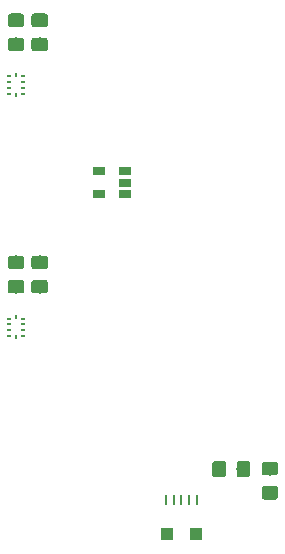
<source format=gbr>
G04 #@! TF.GenerationSoftware,KiCad,Pcbnew,(5.1.0)-1*
G04 #@! TF.CreationDate,2020-02-18T23:46:36-06:00*
G04 #@! TF.ProjectId,USBMuxV1,5553424d-7578-4563-912e-6b696361645f,rev?*
G04 #@! TF.SameCoordinates,Original*
G04 #@! TF.FileFunction,Paste,Top*
G04 #@! TF.FilePolarity,Positive*
%FSLAX46Y46*%
G04 Gerber Fmt 4.6, Leading zero omitted, Abs format (unit mm)*
G04 Created by KiCad (PCBNEW (5.1.0)-1) date 2020-02-18 23:46:36*
%MOMM*%
%LPD*%
G04 APERTURE LIST*
%ADD10R,1.140000X1.140000*%
%ADD11R,0.240000X0.810000*%
%ADD12R,0.348000X0.150000*%
%ADD13R,0.210000X0.378000*%
%ADD14C,0.100000*%
%ADD15C,1.150000*%
%ADD16R,1.060000X0.650000*%
G04 APERTURE END LIST*
D10*
X137750000Y-137000000D03*
X140250000Y-137000000D03*
D11*
X139000000Y-134100000D03*
X139650000Y-134100000D03*
X140300000Y-134100000D03*
X138350000Y-134100000D03*
X137700000Y-134100000D03*
D12*
X124400000Y-98250000D03*
X124400000Y-98750000D03*
X124400000Y-99250000D03*
X124400000Y-99750000D03*
X125600000Y-98250000D03*
X125600000Y-98750000D03*
X125600000Y-99250000D03*
X125600000Y-99750000D03*
D13*
X125000000Y-98150000D03*
X125000000Y-99850000D03*
D12*
X124400000Y-118750000D03*
X124400000Y-119250000D03*
X124400000Y-119750000D03*
X124400000Y-120250000D03*
X125600000Y-118750000D03*
X125600000Y-119250000D03*
X125600000Y-119750000D03*
X125600000Y-120250000D03*
D13*
X125000000Y-118650000D03*
X125000000Y-120350000D03*
D14*
G36*
X125474505Y-92926204D02*
G01*
X125498773Y-92929804D01*
X125522572Y-92935765D01*
X125545671Y-92944030D01*
X125567850Y-92954520D01*
X125588893Y-92967132D01*
X125608599Y-92981747D01*
X125626777Y-92998223D01*
X125643253Y-93016401D01*
X125657868Y-93036107D01*
X125670480Y-93057150D01*
X125680970Y-93079329D01*
X125689235Y-93102428D01*
X125695196Y-93126227D01*
X125698796Y-93150495D01*
X125700000Y-93174999D01*
X125700000Y-93825001D01*
X125698796Y-93849505D01*
X125695196Y-93873773D01*
X125689235Y-93897572D01*
X125680970Y-93920671D01*
X125670480Y-93942850D01*
X125657868Y-93963893D01*
X125643253Y-93983599D01*
X125626777Y-94001777D01*
X125608599Y-94018253D01*
X125588893Y-94032868D01*
X125567850Y-94045480D01*
X125545671Y-94055970D01*
X125522572Y-94064235D01*
X125498773Y-94070196D01*
X125474505Y-94073796D01*
X125450001Y-94075000D01*
X124549999Y-94075000D01*
X124525495Y-94073796D01*
X124501227Y-94070196D01*
X124477428Y-94064235D01*
X124454329Y-94055970D01*
X124432150Y-94045480D01*
X124411107Y-94032868D01*
X124391401Y-94018253D01*
X124373223Y-94001777D01*
X124356747Y-93983599D01*
X124342132Y-93963893D01*
X124329520Y-93942850D01*
X124319030Y-93920671D01*
X124310765Y-93897572D01*
X124304804Y-93873773D01*
X124301204Y-93849505D01*
X124300000Y-93825001D01*
X124300000Y-93174999D01*
X124301204Y-93150495D01*
X124304804Y-93126227D01*
X124310765Y-93102428D01*
X124319030Y-93079329D01*
X124329520Y-93057150D01*
X124342132Y-93036107D01*
X124356747Y-93016401D01*
X124373223Y-92998223D01*
X124391401Y-92981747D01*
X124411107Y-92967132D01*
X124432150Y-92954520D01*
X124454329Y-92944030D01*
X124477428Y-92935765D01*
X124501227Y-92929804D01*
X124525495Y-92926204D01*
X124549999Y-92925000D01*
X125450001Y-92925000D01*
X125474505Y-92926204D01*
X125474505Y-92926204D01*
G37*
D15*
X125000000Y-93500000D03*
D14*
G36*
X125474505Y-94976204D02*
G01*
X125498773Y-94979804D01*
X125522572Y-94985765D01*
X125545671Y-94994030D01*
X125567850Y-95004520D01*
X125588893Y-95017132D01*
X125608599Y-95031747D01*
X125626777Y-95048223D01*
X125643253Y-95066401D01*
X125657868Y-95086107D01*
X125670480Y-95107150D01*
X125680970Y-95129329D01*
X125689235Y-95152428D01*
X125695196Y-95176227D01*
X125698796Y-95200495D01*
X125700000Y-95224999D01*
X125700000Y-95875001D01*
X125698796Y-95899505D01*
X125695196Y-95923773D01*
X125689235Y-95947572D01*
X125680970Y-95970671D01*
X125670480Y-95992850D01*
X125657868Y-96013893D01*
X125643253Y-96033599D01*
X125626777Y-96051777D01*
X125608599Y-96068253D01*
X125588893Y-96082868D01*
X125567850Y-96095480D01*
X125545671Y-96105970D01*
X125522572Y-96114235D01*
X125498773Y-96120196D01*
X125474505Y-96123796D01*
X125450001Y-96125000D01*
X124549999Y-96125000D01*
X124525495Y-96123796D01*
X124501227Y-96120196D01*
X124477428Y-96114235D01*
X124454329Y-96105970D01*
X124432150Y-96095480D01*
X124411107Y-96082868D01*
X124391401Y-96068253D01*
X124373223Y-96051777D01*
X124356747Y-96033599D01*
X124342132Y-96013893D01*
X124329520Y-95992850D01*
X124319030Y-95970671D01*
X124310765Y-95947572D01*
X124304804Y-95923773D01*
X124301204Y-95899505D01*
X124300000Y-95875001D01*
X124300000Y-95224999D01*
X124301204Y-95200495D01*
X124304804Y-95176227D01*
X124310765Y-95152428D01*
X124319030Y-95129329D01*
X124329520Y-95107150D01*
X124342132Y-95086107D01*
X124356747Y-95066401D01*
X124373223Y-95048223D01*
X124391401Y-95031747D01*
X124411107Y-95017132D01*
X124432150Y-95004520D01*
X124454329Y-94994030D01*
X124477428Y-94985765D01*
X124501227Y-94979804D01*
X124525495Y-94976204D01*
X124549999Y-94975000D01*
X125450001Y-94975000D01*
X125474505Y-94976204D01*
X125474505Y-94976204D01*
G37*
D15*
X125000000Y-95550000D03*
D14*
G36*
X125474505Y-113426204D02*
G01*
X125498773Y-113429804D01*
X125522572Y-113435765D01*
X125545671Y-113444030D01*
X125567850Y-113454520D01*
X125588893Y-113467132D01*
X125608599Y-113481747D01*
X125626777Y-113498223D01*
X125643253Y-113516401D01*
X125657868Y-113536107D01*
X125670480Y-113557150D01*
X125680970Y-113579329D01*
X125689235Y-113602428D01*
X125695196Y-113626227D01*
X125698796Y-113650495D01*
X125700000Y-113674999D01*
X125700000Y-114325001D01*
X125698796Y-114349505D01*
X125695196Y-114373773D01*
X125689235Y-114397572D01*
X125680970Y-114420671D01*
X125670480Y-114442850D01*
X125657868Y-114463893D01*
X125643253Y-114483599D01*
X125626777Y-114501777D01*
X125608599Y-114518253D01*
X125588893Y-114532868D01*
X125567850Y-114545480D01*
X125545671Y-114555970D01*
X125522572Y-114564235D01*
X125498773Y-114570196D01*
X125474505Y-114573796D01*
X125450001Y-114575000D01*
X124549999Y-114575000D01*
X124525495Y-114573796D01*
X124501227Y-114570196D01*
X124477428Y-114564235D01*
X124454329Y-114555970D01*
X124432150Y-114545480D01*
X124411107Y-114532868D01*
X124391401Y-114518253D01*
X124373223Y-114501777D01*
X124356747Y-114483599D01*
X124342132Y-114463893D01*
X124329520Y-114442850D01*
X124319030Y-114420671D01*
X124310765Y-114397572D01*
X124304804Y-114373773D01*
X124301204Y-114349505D01*
X124300000Y-114325001D01*
X124300000Y-113674999D01*
X124301204Y-113650495D01*
X124304804Y-113626227D01*
X124310765Y-113602428D01*
X124319030Y-113579329D01*
X124329520Y-113557150D01*
X124342132Y-113536107D01*
X124356747Y-113516401D01*
X124373223Y-113498223D01*
X124391401Y-113481747D01*
X124411107Y-113467132D01*
X124432150Y-113454520D01*
X124454329Y-113444030D01*
X124477428Y-113435765D01*
X124501227Y-113429804D01*
X124525495Y-113426204D01*
X124549999Y-113425000D01*
X125450001Y-113425000D01*
X125474505Y-113426204D01*
X125474505Y-113426204D01*
G37*
D15*
X125000000Y-114000000D03*
D14*
G36*
X125474505Y-115476204D02*
G01*
X125498773Y-115479804D01*
X125522572Y-115485765D01*
X125545671Y-115494030D01*
X125567850Y-115504520D01*
X125588893Y-115517132D01*
X125608599Y-115531747D01*
X125626777Y-115548223D01*
X125643253Y-115566401D01*
X125657868Y-115586107D01*
X125670480Y-115607150D01*
X125680970Y-115629329D01*
X125689235Y-115652428D01*
X125695196Y-115676227D01*
X125698796Y-115700495D01*
X125700000Y-115724999D01*
X125700000Y-116375001D01*
X125698796Y-116399505D01*
X125695196Y-116423773D01*
X125689235Y-116447572D01*
X125680970Y-116470671D01*
X125670480Y-116492850D01*
X125657868Y-116513893D01*
X125643253Y-116533599D01*
X125626777Y-116551777D01*
X125608599Y-116568253D01*
X125588893Y-116582868D01*
X125567850Y-116595480D01*
X125545671Y-116605970D01*
X125522572Y-116614235D01*
X125498773Y-116620196D01*
X125474505Y-116623796D01*
X125450001Y-116625000D01*
X124549999Y-116625000D01*
X124525495Y-116623796D01*
X124501227Y-116620196D01*
X124477428Y-116614235D01*
X124454329Y-116605970D01*
X124432150Y-116595480D01*
X124411107Y-116582868D01*
X124391401Y-116568253D01*
X124373223Y-116551777D01*
X124356747Y-116533599D01*
X124342132Y-116513893D01*
X124329520Y-116492850D01*
X124319030Y-116470671D01*
X124310765Y-116447572D01*
X124304804Y-116423773D01*
X124301204Y-116399505D01*
X124300000Y-116375001D01*
X124300000Y-115724999D01*
X124301204Y-115700495D01*
X124304804Y-115676227D01*
X124310765Y-115652428D01*
X124319030Y-115629329D01*
X124329520Y-115607150D01*
X124342132Y-115586107D01*
X124356747Y-115566401D01*
X124373223Y-115548223D01*
X124391401Y-115531747D01*
X124411107Y-115517132D01*
X124432150Y-115504520D01*
X124454329Y-115494030D01*
X124477428Y-115485765D01*
X124501227Y-115479804D01*
X124525495Y-115476204D01*
X124549999Y-115475000D01*
X125450001Y-115475000D01*
X125474505Y-115476204D01*
X125474505Y-115476204D01*
G37*
D15*
X125000000Y-116050000D03*
D14*
G36*
X146974505Y-130876204D02*
G01*
X146998773Y-130879804D01*
X147022572Y-130885765D01*
X147045671Y-130894030D01*
X147067850Y-130904520D01*
X147088893Y-130917132D01*
X147108599Y-130931747D01*
X147126777Y-130948223D01*
X147143253Y-130966401D01*
X147157868Y-130986107D01*
X147170480Y-131007150D01*
X147180970Y-131029329D01*
X147189235Y-131052428D01*
X147195196Y-131076227D01*
X147198796Y-131100495D01*
X147200000Y-131124999D01*
X147200000Y-131775001D01*
X147198796Y-131799505D01*
X147195196Y-131823773D01*
X147189235Y-131847572D01*
X147180970Y-131870671D01*
X147170480Y-131892850D01*
X147157868Y-131913893D01*
X147143253Y-131933599D01*
X147126777Y-131951777D01*
X147108599Y-131968253D01*
X147088893Y-131982868D01*
X147067850Y-131995480D01*
X147045671Y-132005970D01*
X147022572Y-132014235D01*
X146998773Y-132020196D01*
X146974505Y-132023796D01*
X146950001Y-132025000D01*
X146049999Y-132025000D01*
X146025495Y-132023796D01*
X146001227Y-132020196D01*
X145977428Y-132014235D01*
X145954329Y-132005970D01*
X145932150Y-131995480D01*
X145911107Y-131982868D01*
X145891401Y-131968253D01*
X145873223Y-131951777D01*
X145856747Y-131933599D01*
X145842132Y-131913893D01*
X145829520Y-131892850D01*
X145819030Y-131870671D01*
X145810765Y-131847572D01*
X145804804Y-131823773D01*
X145801204Y-131799505D01*
X145800000Y-131775001D01*
X145800000Y-131124999D01*
X145801204Y-131100495D01*
X145804804Y-131076227D01*
X145810765Y-131052428D01*
X145819030Y-131029329D01*
X145829520Y-131007150D01*
X145842132Y-130986107D01*
X145856747Y-130966401D01*
X145873223Y-130948223D01*
X145891401Y-130931747D01*
X145911107Y-130917132D01*
X145932150Y-130904520D01*
X145954329Y-130894030D01*
X145977428Y-130885765D01*
X146001227Y-130879804D01*
X146025495Y-130876204D01*
X146049999Y-130875000D01*
X146950001Y-130875000D01*
X146974505Y-130876204D01*
X146974505Y-130876204D01*
G37*
D15*
X146500000Y-131450000D03*
D14*
G36*
X146974505Y-132926204D02*
G01*
X146998773Y-132929804D01*
X147022572Y-132935765D01*
X147045671Y-132944030D01*
X147067850Y-132954520D01*
X147088893Y-132967132D01*
X147108599Y-132981747D01*
X147126777Y-132998223D01*
X147143253Y-133016401D01*
X147157868Y-133036107D01*
X147170480Y-133057150D01*
X147180970Y-133079329D01*
X147189235Y-133102428D01*
X147195196Y-133126227D01*
X147198796Y-133150495D01*
X147200000Y-133174999D01*
X147200000Y-133825001D01*
X147198796Y-133849505D01*
X147195196Y-133873773D01*
X147189235Y-133897572D01*
X147180970Y-133920671D01*
X147170480Y-133942850D01*
X147157868Y-133963893D01*
X147143253Y-133983599D01*
X147126777Y-134001777D01*
X147108599Y-134018253D01*
X147088893Y-134032868D01*
X147067850Y-134045480D01*
X147045671Y-134055970D01*
X147022572Y-134064235D01*
X146998773Y-134070196D01*
X146974505Y-134073796D01*
X146950001Y-134075000D01*
X146049999Y-134075000D01*
X146025495Y-134073796D01*
X146001227Y-134070196D01*
X145977428Y-134064235D01*
X145954329Y-134055970D01*
X145932150Y-134045480D01*
X145911107Y-134032868D01*
X145891401Y-134018253D01*
X145873223Y-134001777D01*
X145856747Y-133983599D01*
X145842132Y-133963893D01*
X145829520Y-133942850D01*
X145819030Y-133920671D01*
X145810765Y-133897572D01*
X145804804Y-133873773D01*
X145801204Y-133849505D01*
X145800000Y-133825001D01*
X145800000Y-133174999D01*
X145801204Y-133150495D01*
X145804804Y-133126227D01*
X145810765Y-133102428D01*
X145819030Y-133079329D01*
X145829520Y-133057150D01*
X145842132Y-133036107D01*
X145856747Y-133016401D01*
X145873223Y-132998223D01*
X145891401Y-132981747D01*
X145911107Y-132967132D01*
X145932150Y-132954520D01*
X145954329Y-132944030D01*
X145977428Y-132935765D01*
X146001227Y-132929804D01*
X146025495Y-132926204D01*
X146049999Y-132925000D01*
X146950001Y-132925000D01*
X146974505Y-132926204D01*
X146974505Y-132926204D01*
G37*
D15*
X146500000Y-133500000D03*
D14*
G36*
X142549505Y-130801204D02*
G01*
X142573773Y-130804804D01*
X142597572Y-130810765D01*
X142620671Y-130819030D01*
X142642850Y-130829520D01*
X142663893Y-130842132D01*
X142683599Y-130856747D01*
X142701777Y-130873223D01*
X142718253Y-130891401D01*
X142732868Y-130911107D01*
X142745480Y-130932150D01*
X142755970Y-130954329D01*
X142764235Y-130977428D01*
X142770196Y-131001227D01*
X142773796Y-131025495D01*
X142775000Y-131049999D01*
X142775000Y-131950001D01*
X142773796Y-131974505D01*
X142770196Y-131998773D01*
X142764235Y-132022572D01*
X142755970Y-132045671D01*
X142745480Y-132067850D01*
X142732868Y-132088893D01*
X142718253Y-132108599D01*
X142701777Y-132126777D01*
X142683599Y-132143253D01*
X142663893Y-132157868D01*
X142642850Y-132170480D01*
X142620671Y-132180970D01*
X142597572Y-132189235D01*
X142573773Y-132195196D01*
X142549505Y-132198796D01*
X142525001Y-132200000D01*
X141874999Y-132200000D01*
X141850495Y-132198796D01*
X141826227Y-132195196D01*
X141802428Y-132189235D01*
X141779329Y-132180970D01*
X141757150Y-132170480D01*
X141736107Y-132157868D01*
X141716401Y-132143253D01*
X141698223Y-132126777D01*
X141681747Y-132108599D01*
X141667132Y-132088893D01*
X141654520Y-132067850D01*
X141644030Y-132045671D01*
X141635765Y-132022572D01*
X141629804Y-131998773D01*
X141626204Y-131974505D01*
X141625000Y-131950001D01*
X141625000Y-131049999D01*
X141626204Y-131025495D01*
X141629804Y-131001227D01*
X141635765Y-130977428D01*
X141644030Y-130954329D01*
X141654520Y-130932150D01*
X141667132Y-130911107D01*
X141681747Y-130891401D01*
X141698223Y-130873223D01*
X141716401Y-130856747D01*
X141736107Y-130842132D01*
X141757150Y-130829520D01*
X141779329Y-130819030D01*
X141802428Y-130810765D01*
X141826227Y-130804804D01*
X141850495Y-130801204D01*
X141874999Y-130800000D01*
X142525001Y-130800000D01*
X142549505Y-130801204D01*
X142549505Y-130801204D01*
G37*
D15*
X142200000Y-131500000D03*
D14*
G36*
X144599505Y-130801204D02*
G01*
X144623773Y-130804804D01*
X144647572Y-130810765D01*
X144670671Y-130819030D01*
X144692850Y-130829520D01*
X144713893Y-130842132D01*
X144733599Y-130856747D01*
X144751777Y-130873223D01*
X144768253Y-130891401D01*
X144782868Y-130911107D01*
X144795480Y-130932150D01*
X144805970Y-130954329D01*
X144814235Y-130977428D01*
X144820196Y-131001227D01*
X144823796Y-131025495D01*
X144825000Y-131049999D01*
X144825000Y-131950001D01*
X144823796Y-131974505D01*
X144820196Y-131998773D01*
X144814235Y-132022572D01*
X144805970Y-132045671D01*
X144795480Y-132067850D01*
X144782868Y-132088893D01*
X144768253Y-132108599D01*
X144751777Y-132126777D01*
X144733599Y-132143253D01*
X144713893Y-132157868D01*
X144692850Y-132170480D01*
X144670671Y-132180970D01*
X144647572Y-132189235D01*
X144623773Y-132195196D01*
X144599505Y-132198796D01*
X144575001Y-132200000D01*
X143924999Y-132200000D01*
X143900495Y-132198796D01*
X143876227Y-132195196D01*
X143852428Y-132189235D01*
X143829329Y-132180970D01*
X143807150Y-132170480D01*
X143786107Y-132157868D01*
X143766401Y-132143253D01*
X143748223Y-132126777D01*
X143731747Y-132108599D01*
X143717132Y-132088893D01*
X143704520Y-132067850D01*
X143694030Y-132045671D01*
X143685765Y-132022572D01*
X143679804Y-131998773D01*
X143676204Y-131974505D01*
X143675000Y-131950001D01*
X143675000Y-131049999D01*
X143676204Y-131025495D01*
X143679804Y-131001227D01*
X143685765Y-130977428D01*
X143694030Y-130954329D01*
X143704520Y-130932150D01*
X143717132Y-130911107D01*
X143731747Y-130891401D01*
X143748223Y-130873223D01*
X143766401Y-130856747D01*
X143786107Y-130842132D01*
X143807150Y-130829520D01*
X143829329Y-130819030D01*
X143852428Y-130810765D01*
X143876227Y-130804804D01*
X143900495Y-130801204D01*
X143924999Y-130800000D01*
X144575001Y-130800000D01*
X144599505Y-130801204D01*
X144599505Y-130801204D01*
G37*
D15*
X144250000Y-131500000D03*
D14*
G36*
X127474505Y-92926204D02*
G01*
X127498773Y-92929804D01*
X127522572Y-92935765D01*
X127545671Y-92944030D01*
X127567850Y-92954520D01*
X127588893Y-92967132D01*
X127608599Y-92981747D01*
X127626777Y-92998223D01*
X127643253Y-93016401D01*
X127657868Y-93036107D01*
X127670480Y-93057150D01*
X127680970Y-93079329D01*
X127689235Y-93102428D01*
X127695196Y-93126227D01*
X127698796Y-93150495D01*
X127700000Y-93174999D01*
X127700000Y-93825001D01*
X127698796Y-93849505D01*
X127695196Y-93873773D01*
X127689235Y-93897572D01*
X127680970Y-93920671D01*
X127670480Y-93942850D01*
X127657868Y-93963893D01*
X127643253Y-93983599D01*
X127626777Y-94001777D01*
X127608599Y-94018253D01*
X127588893Y-94032868D01*
X127567850Y-94045480D01*
X127545671Y-94055970D01*
X127522572Y-94064235D01*
X127498773Y-94070196D01*
X127474505Y-94073796D01*
X127450001Y-94075000D01*
X126549999Y-94075000D01*
X126525495Y-94073796D01*
X126501227Y-94070196D01*
X126477428Y-94064235D01*
X126454329Y-94055970D01*
X126432150Y-94045480D01*
X126411107Y-94032868D01*
X126391401Y-94018253D01*
X126373223Y-94001777D01*
X126356747Y-93983599D01*
X126342132Y-93963893D01*
X126329520Y-93942850D01*
X126319030Y-93920671D01*
X126310765Y-93897572D01*
X126304804Y-93873773D01*
X126301204Y-93849505D01*
X126300000Y-93825001D01*
X126300000Y-93174999D01*
X126301204Y-93150495D01*
X126304804Y-93126227D01*
X126310765Y-93102428D01*
X126319030Y-93079329D01*
X126329520Y-93057150D01*
X126342132Y-93036107D01*
X126356747Y-93016401D01*
X126373223Y-92998223D01*
X126391401Y-92981747D01*
X126411107Y-92967132D01*
X126432150Y-92954520D01*
X126454329Y-92944030D01*
X126477428Y-92935765D01*
X126501227Y-92929804D01*
X126525495Y-92926204D01*
X126549999Y-92925000D01*
X127450001Y-92925000D01*
X127474505Y-92926204D01*
X127474505Y-92926204D01*
G37*
D15*
X127000000Y-93500000D03*
D14*
G36*
X127474505Y-94976204D02*
G01*
X127498773Y-94979804D01*
X127522572Y-94985765D01*
X127545671Y-94994030D01*
X127567850Y-95004520D01*
X127588893Y-95017132D01*
X127608599Y-95031747D01*
X127626777Y-95048223D01*
X127643253Y-95066401D01*
X127657868Y-95086107D01*
X127670480Y-95107150D01*
X127680970Y-95129329D01*
X127689235Y-95152428D01*
X127695196Y-95176227D01*
X127698796Y-95200495D01*
X127700000Y-95224999D01*
X127700000Y-95875001D01*
X127698796Y-95899505D01*
X127695196Y-95923773D01*
X127689235Y-95947572D01*
X127680970Y-95970671D01*
X127670480Y-95992850D01*
X127657868Y-96013893D01*
X127643253Y-96033599D01*
X127626777Y-96051777D01*
X127608599Y-96068253D01*
X127588893Y-96082868D01*
X127567850Y-96095480D01*
X127545671Y-96105970D01*
X127522572Y-96114235D01*
X127498773Y-96120196D01*
X127474505Y-96123796D01*
X127450001Y-96125000D01*
X126549999Y-96125000D01*
X126525495Y-96123796D01*
X126501227Y-96120196D01*
X126477428Y-96114235D01*
X126454329Y-96105970D01*
X126432150Y-96095480D01*
X126411107Y-96082868D01*
X126391401Y-96068253D01*
X126373223Y-96051777D01*
X126356747Y-96033599D01*
X126342132Y-96013893D01*
X126329520Y-95992850D01*
X126319030Y-95970671D01*
X126310765Y-95947572D01*
X126304804Y-95923773D01*
X126301204Y-95899505D01*
X126300000Y-95875001D01*
X126300000Y-95224999D01*
X126301204Y-95200495D01*
X126304804Y-95176227D01*
X126310765Y-95152428D01*
X126319030Y-95129329D01*
X126329520Y-95107150D01*
X126342132Y-95086107D01*
X126356747Y-95066401D01*
X126373223Y-95048223D01*
X126391401Y-95031747D01*
X126411107Y-95017132D01*
X126432150Y-95004520D01*
X126454329Y-94994030D01*
X126477428Y-94985765D01*
X126501227Y-94979804D01*
X126525495Y-94976204D01*
X126549999Y-94975000D01*
X127450001Y-94975000D01*
X127474505Y-94976204D01*
X127474505Y-94976204D01*
G37*
D15*
X127000000Y-95550000D03*
D14*
G36*
X127474505Y-115476204D02*
G01*
X127498773Y-115479804D01*
X127522572Y-115485765D01*
X127545671Y-115494030D01*
X127567850Y-115504520D01*
X127588893Y-115517132D01*
X127608599Y-115531747D01*
X127626777Y-115548223D01*
X127643253Y-115566401D01*
X127657868Y-115586107D01*
X127670480Y-115607150D01*
X127680970Y-115629329D01*
X127689235Y-115652428D01*
X127695196Y-115676227D01*
X127698796Y-115700495D01*
X127700000Y-115724999D01*
X127700000Y-116375001D01*
X127698796Y-116399505D01*
X127695196Y-116423773D01*
X127689235Y-116447572D01*
X127680970Y-116470671D01*
X127670480Y-116492850D01*
X127657868Y-116513893D01*
X127643253Y-116533599D01*
X127626777Y-116551777D01*
X127608599Y-116568253D01*
X127588893Y-116582868D01*
X127567850Y-116595480D01*
X127545671Y-116605970D01*
X127522572Y-116614235D01*
X127498773Y-116620196D01*
X127474505Y-116623796D01*
X127450001Y-116625000D01*
X126549999Y-116625000D01*
X126525495Y-116623796D01*
X126501227Y-116620196D01*
X126477428Y-116614235D01*
X126454329Y-116605970D01*
X126432150Y-116595480D01*
X126411107Y-116582868D01*
X126391401Y-116568253D01*
X126373223Y-116551777D01*
X126356747Y-116533599D01*
X126342132Y-116513893D01*
X126329520Y-116492850D01*
X126319030Y-116470671D01*
X126310765Y-116447572D01*
X126304804Y-116423773D01*
X126301204Y-116399505D01*
X126300000Y-116375001D01*
X126300000Y-115724999D01*
X126301204Y-115700495D01*
X126304804Y-115676227D01*
X126310765Y-115652428D01*
X126319030Y-115629329D01*
X126329520Y-115607150D01*
X126342132Y-115586107D01*
X126356747Y-115566401D01*
X126373223Y-115548223D01*
X126391401Y-115531747D01*
X126411107Y-115517132D01*
X126432150Y-115504520D01*
X126454329Y-115494030D01*
X126477428Y-115485765D01*
X126501227Y-115479804D01*
X126525495Y-115476204D01*
X126549999Y-115475000D01*
X127450001Y-115475000D01*
X127474505Y-115476204D01*
X127474505Y-115476204D01*
G37*
D15*
X127000000Y-116050000D03*
D14*
G36*
X127474505Y-113426204D02*
G01*
X127498773Y-113429804D01*
X127522572Y-113435765D01*
X127545671Y-113444030D01*
X127567850Y-113454520D01*
X127588893Y-113467132D01*
X127608599Y-113481747D01*
X127626777Y-113498223D01*
X127643253Y-113516401D01*
X127657868Y-113536107D01*
X127670480Y-113557150D01*
X127680970Y-113579329D01*
X127689235Y-113602428D01*
X127695196Y-113626227D01*
X127698796Y-113650495D01*
X127700000Y-113674999D01*
X127700000Y-114325001D01*
X127698796Y-114349505D01*
X127695196Y-114373773D01*
X127689235Y-114397572D01*
X127680970Y-114420671D01*
X127670480Y-114442850D01*
X127657868Y-114463893D01*
X127643253Y-114483599D01*
X127626777Y-114501777D01*
X127608599Y-114518253D01*
X127588893Y-114532868D01*
X127567850Y-114545480D01*
X127545671Y-114555970D01*
X127522572Y-114564235D01*
X127498773Y-114570196D01*
X127474505Y-114573796D01*
X127450001Y-114575000D01*
X126549999Y-114575000D01*
X126525495Y-114573796D01*
X126501227Y-114570196D01*
X126477428Y-114564235D01*
X126454329Y-114555970D01*
X126432150Y-114545480D01*
X126411107Y-114532868D01*
X126391401Y-114518253D01*
X126373223Y-114501777D01*
X126356747Y-114483599D01*
X126342132Y-114463893D01*
X126329520Y-114442850D01*
X126319030Y-114420671D01*
X126310765Y-114397572D01*
X126304804Y-114373773D01*
X126301204Y-114349505D01*
X126300000Y-114325001D01*
X126300000Y-113674999D01*
X126301204Y-113650495D01*
X126304804Y-113626227D01*
X126310765Y-113602428D01*
X126319030Y-113579329D01*
X126329520Y-113557150D01*
X126342132Y-113536107D01*
X126356747Y-113516401D01*
X126373223Y-113498223D01*
X126391401Y-113481747D01*
X126411107Y-113467132D01*
X126432150Y-113454520D01*
X126454329Y-113444030D01*
X126477428Y-113435765D01*
X126501227Y-113429804D01*
X126525495Y-113426204D01*
X126549999Y-113425000D01*
X127450001Y-113425000D01*
X127474505Y-113426204D01*
X127474505Y-113426204D01*
G37*
D15*
X127000000Y-114000000D03*
D16*
X134250000Y-108200000D03*
X134250000Y-107250000D03*
X134250000Y-106300000D03*
X132050000Y-106300000D03*
X132050000Y-108200000D03*
M02*

</source>
